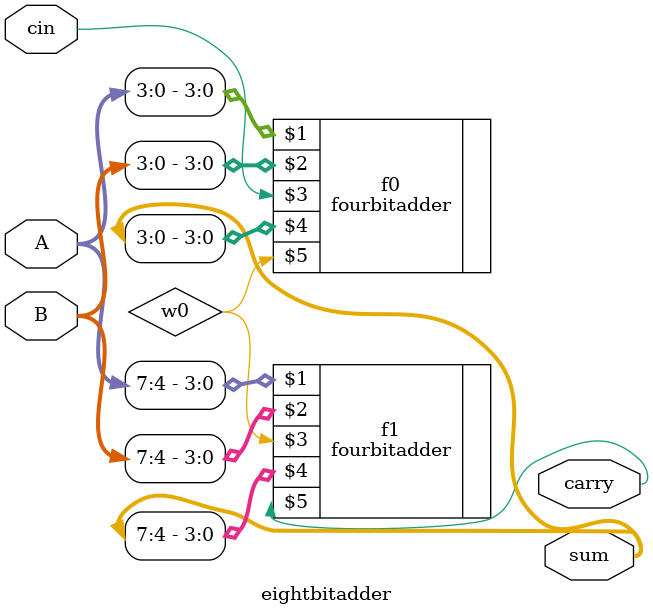
<source format=v>
`include "fourbitadder.v"

module eightbitadder(A,B,cin,sum,carry);
	input [7:0]A,B;
	output [7:0]sum;
	input cin;
	output carry;
	wire w0;
	fourbitadder f0(A[3:0],B[3:0],cin,sum[3:0],w0);
	fourbitadder f1(A[7:4],B[7:4],w0,sum[7:4],carry);
endmodule
</source>
